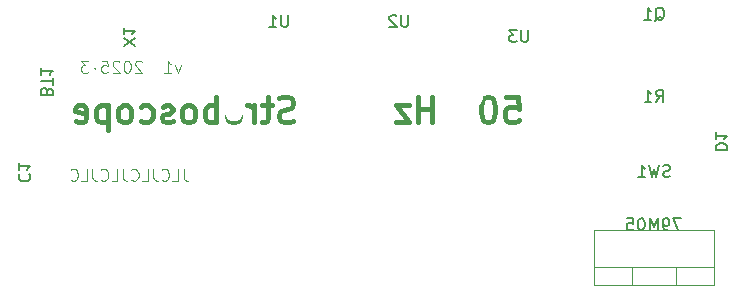
<source format=gbo>
G04 #@! TF.GenerationSoftware,KiCad,Pcbnew,8.0.9*
G04 #@! TF.CreationDate,2025-03-02T13:36:19+01:00*
G04 #@! TF.ProjectId,strobe,7374726f-6265-42e6-9b69-6361645f7063,rev?*
G04 #@! TF.SameCoordinates,Original*
G04 #@! TF.FileFunction,Legend,Bot*
G04 #@! TF.FilePolarity,Positive*
%FSLAX46Y46*%
G04 Gerber Fmt 4.6, Leading zero omitted, Abs format (unit mm)*
G04 Created by KiCad (PCBNEW 8.0.9) date 2025-03-02 13:36:19*
%MOMM*%
%LPD*%
G01*
G04 APERTURE LIST*
%ADD10C,0.150000*%
%ADD11C,0.100000*%
%ADD12C,0.400000*%
%ADD13C,0.120000*%
%ADD14R,1.600000X1.600000*%
%ADD15O,1.600000X1.600000*%
%ADD16R,1.050000X1.500000*%
%ADD17O,1.050000X1.500000*%
%ADD18C,2.000000*%
%ADD19R,1.800000X1.800000*%
%ADD20C,1.800000*%
%ADD21R,1.700000X1.700000*%
%ADD22O,1.700000X1.700000*%
%ADD23C,1.600000*%
%ADD24R,1.905000X2.000000*%
%ADD25O,1.905000X2.000000*%
G04 APERTURE END LIST*
D10*
X145808458Y-110629819D02*
X145141792Y-110629819D01*
X145141792Y-110629819D02*
X145570363Y-111629819D01*
X144713220Y-111629819D02*
X144522744Y-111629819D01*
X144522744Y-111629819D02*
X144427506Y-111582200D01*
X144427506Y-111582200D02*
X144379887Y-111534580D01*
X144379887Y-111534580D02*
X144284649Y-111391723D01*
X144284649Y-111391723D02*
X144237030Y-111201247D01*
X144237030Y-111201247D02*
X144237030Y-110820295D01*
X144237030Y-110820295D02*
X144284649Y-110725057D01*
X144284649Y-110725057D02*
X144332268Y-110677438D01*
X144332268Y-110677438D02*
X144427506Y-110629819D01*
X144427506Y-110629819D02*
X144617982Y-110629819D01*
X144617982Y-110629819D02*
X144713220Y-110677438D01*
X144713220Y-110677438D02*
X144760839Y-110725057D01*
X144760839Y-110725057D02*
X144808458Y-110820295D01*
X144808458Y-110820295D02*
X144808458Y-111058390D01*
X144808458Y-111058390D02*
X144760839Y-111153628D01*
X144760839Y-111153628D02*
X144713220Y-111201247D01*
X144713220Y-111201247D02*
X144617982Y-111248866D01*
X144617982Y-111248866D02*
X144427506Y-111248866D01*
X144427506Y-111248866D02*
X144332268Y-111201247D01*
X144332268Y-111201247D02*
X144284649Y-111153628D01*
X144284649Y-111153628D02*
X144237030Y-111058390D01*
X143808458Y-111629819D02*
X143808458Y-110629819D01*
X143808458Y-110629819D02*
X143475125Y-111344104D01*
X143475125Y-111344104D02*
X143141792Y-110629819D01*
X143141792Y-110629819D02*
X143141792Y-111629819D01*
X142475125Y-110629819D02*
X142379887Y-110629819D01*
X142379887Y-110629819D02*
X142284649Y-110677438D01*
X142284649Y-110677438D02*
X142237030Y-110725057D01*
X142237030Y-110725057D02*
X142189411Y-110820295D01*
X142189411Y-110820295D02*
X142141792Y-111010771D01*
X142141792Y-111010771D02*
X142141792Y-111248866D01*
X142141792Y-111248866D02*
X142189411Y-111439342D01*
X142189411Y-111439342D02*
X142237030Y-111534580D01*
X142237030Y-111534580D02*
X142284649Y-111582200D01*
X142284649Y-111582200D02*
X142379887Y-111629819D01*
X142379887Y-111629819D02*
X142475125Y-111629819D01*
X142475125Y-111629819D02*
X142570363Y-111582200D01*
X142570363Y-111582200D02*
X142617982Y-111534580D01*
X142617982Y-111534580D02*
X142665601Y-111439342D01*
X142665601Y-111439342D02*
X142713220Y-111248866D01*
X142713220Y-111248866D02*
X142713220Y-111010771D01*
X142713220Y-111010771D02*
X142665601Y-110820295D01*
X142665601Y-110820295D02*
X142617982Y-110725057D01*
X142617982Y-110725057D02*
X142570363Y-110677438D01*
X142570363Y-110677438D02*
X142475125Y-110629819D01*
X141237030Y-110629819D02*
X141713220Y-110629819D01*
X141713220Y-110629819D02*
X141760839Y-111106009D01*
X141760839Y-111106009D02*
X141713220Y-111058390D01*
X141713220Y-111058390D02*
X141617982Y-111010771D01*
X141617982Y-111010771D02*
X141379887Y-111010771D01*
X141379887Y-111010771D02*
X141284649Y-111058390D01*
X141284649Y-111058390D02*
X141237030Y-111106009D01*
X141237030Y-111106009D02*
X141189411Y-111201247D01*
X141189411Y-111201247D02*
X141189411Y-111439342D01*
X141189411Y-111439342D02*
X141237030Y-111534580D01*
X141237030Y-111534580D02*
X141284649Y-111582200D01*
X141284649Y-111582200D02*
X141379887Y-111629819D01*
X141379887Y-111629819D02*
X141617982Y-111629819D01*
X141617982Y-111629819D02*
X141713220Y-111582200D01*
X141713220Y-111582200D02*
X141760839Y-111534580D01*
D11*
X103423353Y-97630752D02*
X103185258Y-98297419D01*
X103185258Y-98297419D02*
X102947163Y-97630752D01*
X102042401Y-98297419D02*
X102613829Y-98297419D01*
X102328115Y-98297419D02*
X102328115Y-97297419D01*
X102328115Y-97297419D02*
X102423353Y-97440276D01*
X102423353Y-97440276D02*
X102518591Y-97535514D01*
X102518591Y-97535514D02*
X102613829Y-97583133D01*
X100137638Y-97392657D02*
X100090019Y-97345038D01*
X100090019Y-97345038D02*
X99994781Y-97297419D01*
X99994781Y-97297419D02*
X99756686Y-97297419D01*
X99756686Y-97297419D02*
X99661448Y-97345038D01*
X99661448Y-97345038D02*
X99613829Y-97392657D01*
X99613829Y-97392657D02*
X99566210Y-97487895D01*
X99566210Y-97487895D02*
X99566210Y-97583133D01*
X99566210Y-97583133D02*
X99613829Y-97725990D01*
X99613829Y-97725990D02*
X100185257Y-98297419D01*
X100185257Y-98297419D02*
X99566210Y-98297419D01*
X98947162Y-97297419D02*
X98851924Y-97297419D01*
X98851924Y-97297419D02*
X98756686Y-97345038D01*
X98756686Y-97345038D02*
X98709067Y-97392657D01*
X98709067Y-97392657D02*
X98661448Y-97487895D01*
X98661448Y-97487895D02*
X98613829Y-97678371D01*
X98613829Y-97678371D02*
X98613829Y-97916466D01*
X98613829Y-97916466D02*
X98661448Y-98106942D01*
X98661448Y-98106942D02*
X98709067Y-98202180D01*
X98709067Y-98202180D02*
X98756686Y-98249800D01*
X98756686Y-98249800D02*
X98851924Y-98297419D01*
X98851924Y-98297419D02*
X98947162Y-98297419D01*
X98947162Y-98297419D02*
X99042400Y-98249800D01*
X99042400Y-98249800D02*
X99090019Y-98202180D01*
X99090019Y-98202180D02*
X99137638Y-98106942D01*
X99137638Y-98106942D02*
X99185257Y-97916466D01*
X99185257Y-97916466D02*
X99185257Y-97678371D01*
X99185257Y-97678371D02*
X99137638Y-97487895D01*
X99137638Y-97487895D02*
X99090019Y-97392657D01*
X99090019Y-97392657D02*
X99042400Y-97345038D01*
X99042400Y-97345038D02*
X98947162Y-97297419D01*
X98232876Y-97392657D02*
X98185257Y-97345038D01*
X98185257Y-97345038D02*
X98090019Y-97297419D01*
X98090019Y-97297419D02*
X97851924Y-97297419D01*
X97851924Y-97297419D02*
X97756686Y-97345038D01*
X97756686Y-97345038D02*
X97709067Y-97392657D01*
X97709067Y-97392657D02*
X97661448Y-97487895D01*
X97661448Y-97487895D02*
X97661448Y-97583133D01*
X97661448Y-97583133D02*
X97709067Y-97725990D01*
X97709067Y-97725990D02*
X98280495Y-98297419D01*
X98280495Y-98297419D02*
X97661448Y-98297419D01*
X96756686Y-97297419D02*
X97232876Y-97297419D01*
X97232876Y-97297419D02*
X97280495Y-97773609D01*
X97280495Y-97773609D02*
X97232876Y-97725990D01*
X97232876Y-97725990D02*
X97137638Y-97678371D01*
X97137638Y-97678371D02*
X96899543Y-97678371D01*
X96899543Y-97678371D02*
X96804305Y-97725990D01*
X96804305Y-97725990D02*
X96756686Y-97773609D01*
X96756686Y-97773609D02*
X96709067Y-97868847D01*
X96709067Y-97868847D02*
X96709067Y-98106942D01*
X96709067Y-98106942D02*
X96756686Y-98202180D01*
X96756686Y-98202180D02*
X96804305Y-98249800D01*
X96804305Y-98249800D02*
X96899543Y-98297419D01*
X96899543Y-98297419D02*
X97137638Y-98297419D01*
X97137638Y-98297419D02*
X97232876Y-98249800D01*
X97232876Y-98249800D02*
X97280495Y-98202180D01*
X96137638Y-97868847D02*
X96185257Y-97916466D01*
X96185257Y-97916466D02*
X96137638Y-97964085D01*
X96137638Y-97964085D02*
X96090019Y-97916466D01*
X96090019Y-97916466D02*
X96137638Y-97868847D01*
X96137638Y-97868847D02*
X96137638Y-97964085D01*
X95613828Y-97297419D02*
X94994781Y-97297419D01*
X94994781Y-97297419D02*
X95328114Y-97678371D01*
X95328114Y-97678371D02*
X95185257Y-97678371D01*
X95185257Y-97678371D02*
X95090019Y-97725990D01*
X95090019Y-97725990D02*
X95042400Y-97773609D01*
X95042400Y-97773609D02*
X94994781Y-97868847D01*
X94994781Y-97868847D02*
X94994781Y-98106942D01*
X94994781Y-98106942D02*
X95042400Y-98202180D01*
X95042400Y-98202180D02*
X95090019Y-98249800D01*
X95090019Y-98249800D02*
X95185257Y-98297419D01*
X95185257Y-98297419D02*
X95470971Y-98297419D01*
X95470971Y-98297419D02*
X95566209Y-98249800D01*
X95566209Y-98249800D02*
X95613828Y-98202180D01*
D12*
X130951843Y-100365200D02*
X131951843Y-100365200D01*
X131951843Y-100365200D02*
X132051843Y-101365200D01*
X132051843Y-101365200D02*
X131951843Y-101265200D01*
X131951843Y-101265200D02*
X131751843Y-101165200D01*
X131751843Y-101165200D02*
X131251843Y-101165200D01*
X131251843Y-101165200D02*
X131051843Y-101265200D01*
X131051843Y-101265200D02*
X130951843Y-101365200D01*
X130951843Y-101365200D02*
X130851843Y-101565200D01*
X130851843Y-101565200D02*
X130851843Y-102065200D01*
X130851843Y-102065200D02*
X130951843Y-102265200D01*
X130951843Y-102265200D02*
X131051843Y-102365200D01*
X131051843Y-102365200D02*
X131251843Y-102465200D01*
X131251843Y-102465200D02*
X131751843Y-102465200D01*
X131751843Y-102465200D02*
X131951843Y-102365200D01*
X131951843Y-102365200D02*
X132051843Y-102265200D01*
X129551843Y-100365200D02*
X129351843Y-100365200D01*
X129351843Y-100365200D02*
X129151843Y-100465200D01*
X129151843Y-100465200D02*
X129051843Y-100565200D01*
X129051843Y-100565200D02*
X128951843Y-100765200D01*
X128951843Y-100765200D02*
X128851843Y-101165200D01*
X128851843Y-101165200D02*
X128851843Y-101665200D01*
X128851843Y-101665200D02*
X128951843Y-102065200D01*
X128951843Y-102065200D02*
X129051843Y-102265200D01*
X129051843Y-102265200D02*
X129151843Y-102365200D01*
X129151843Y-102365200D02*
X129351843Y-102465200D01*
X129351843Y-102465200D02*
X129551843Y-102465200D01*
X129551843Y-102465200D02*
X129751843Y-102365200D01*
X129751843Y-102365200D02*
X129851843Y-102265200D01*
X129851843Y-102265200D02*
X129951843Y-102065200D01*
X129951843Y-102065200D02*
X130051843Y-101665200D01*
X130051843Y-101665200D02*
X130051843Y-101165200D01*
X130051843Y-101165200D02*
X129951843Y-100765200D01*
X129951843Y-100765200D02*
X129851843Y-100565200D01*
X129851843Y-100565200D02*
X129751843Y-100465200D01*
X129751843Y-100465200D02*
X129551843Y-100365200D01*
X124751843Y-102465200D02*
X124751843Y-100365200D01*
X124751843Y-101365200D02*
X123551843Y-101365200D01*
X123551843Y-102465200D02*
X123551843Y-100365200D01*
X122751843Y-101065200D02*
X121651843Y-101065200D01*
X121651843Y-101065200D02*
X122751843Y-102465200D01*
X122751843Y-102465200D02*
X121651843Y-102465200D01*
X112951843Y-102365200D02*
X112651843Y-102465200D01*
X112651843Y-102465200D02*
X112151843Y-102465200D01*
X112151843Y-102465200D02*
X111951843Y-102365200D01*
X111951843Y-102365200D02*
X111851843Y-102265200D01*
X111851843Y-102265200D02*
X111751843Y-102065200D01*
X111751843Y-102065200D02*
X111751843Y-101865200D01*
X111751843Y-101865200D02*
X111851843Y-101665200D01*
X111851843Y-101665200D02*
X111951843Y-101565200D01*
X111951843Y-101565200D02*
X112151843Y-101465200D01*
X112151843Y-101465200D02*
X112551843Y-101365200D01*
X112551843Y-101365200D02*
X112751843Y-101265200D01*
X112751843Y-101265200D02*
X112851843Y-101165200D01*
X112851843Y-101165200D02*
X112951843Y-100965200D01*
X112951843Y-100965200D02*
X112951843Y-100765200D01*
X112951843Y-100765200D02*
X112851843Y-100565200D01*
X112851843Y-100565200D02*
X112751843Y-100465200D01*
X112751843Y-100465200D02*
X112551843Y-100365200D01*
X112551843Y-100365200D02*
X112051843Y-100365200D01*
X112051843Y-100365200D02*
X111751843Y-100465200D01*
X111151843Y-101065200D02*
X110351843Y-101065200D01*
X110851843Y-100365200D02*
X110851843Y-102165200D01*
X110851843Y-102165200D02*
X110751843Y-102365200D01*
X110751843Y-102365200D02*
X110551843Y-102465200D01*
X110551843Y-102465200D02*
X110351843Y-102465200D01*
X109651843Y-102465200D02*
X109651843Y-101065200D01*
X109651843Y-101465200D02*
X109551843Y-101265200D01*
X109551843Y-101265200D02*
X109451843Y-101165200D01*
X109451843Y-101165200D02*
X109251843Y-101065200D01*
X109251843Y-101065200D02*
X109051843Y-101065200D01*
X108051843Y-102465200D02*
X108251843Y-102365200D01*
X108251843Y-102365200D02*
X108351843Y-102265200D01*
X108351843Y-102265200D02*
X108451843Y-102065200D01*
X108451843Y-102065200D02*
X108451843Y-101465200D01*
X108451843Y-101465200D02*
X108351843Y-101265200D01*
X108351843Y-101265200D02*
X108251843Y-101165200D01*
X108251843Y-101165200D02*
X108051843Y-101065200D01*
X108051843Y-101065200D02*
X107751843Y-101065200D01*
X107751843Y-101065200D02*
X107551843Y-101165200D01*
X107551843Y-101165200D02*
X107451843Y-101265200D01*
X107451843Y-101265200D02*
X107351843Y-101465200D01*
X107351843Y-101465200D02*
X107351843Y-102065200D01*
X107351843Y-102065200D02*
X107451843Y-102265200D01*
X107451843Y-102265200D02*
X107551843Y-102365200D01*
X107551843Y-102365200D02*
X107751843Y-102465200D01*
X107751843Y-102465200D02*
X108051843Y-102465200D01*
X106451843Y-102465200D02*
X106451843Y-100365200D01*
X106451843Y-101165200D02*
X106251843Y-101065200D01*
X106251843Y-101065200D02*
X105851843Y-101065200D01*
X105851843Y-101065200D02*
X105651843Y-101165200D01*
X105651843Y-101165200D02*
X105551843Y-101265200D01*
X105551843Y-101265200D02*
X105451843Y-101465200D01*
X105451843Y-101465200D02*
X105451843Y-102065200D01*
X105451843Y-102065200D02*
X105551843Y-102265200D01*
X105551843Y-102265200D02*
X105651843Y-102365200D01*
X105651843Y-102365200D02*
X105851843Y-102465200D01*
X105851843Y-102465200D02*
X106251843Y-102465200D01*
X106251843Y-102465200D02*
X106451843Y-102365200D01*
X104251843Y-102465200D02*
X104451843Y-102365200D01*
X104451843Y-102365200D02*
X104551843Y-102265200D01*
X104551843Y-102265200D02*
X104651843Y-102065200D01*
X104651843Y-102065200D02*
X104651843Y-101465200D01*
X104651843Y-101465200D02*
X104551843Y-101265200D01*
X104551843Y-101265200D02*
X104451843Y-101165200D01*
X104451843Y-101165200D02*
X104251843Y-101065200D01*
X104251843Y-101065200D02*
X103951843Y-101065200D01*
X103951843Y-101065200D02*
X103751843Y-101165200D01*
X103751843Y-101165200D02*
X103651843Y-101265200D01*
X103651843Y-101265200D02*
X103551843Y-101465200D01*
X103551843Y-101465200D02*
X103551843Y-102065200D01*
X103551843Y-102065200D02*
X103651843Y-102265200D01*
X103651843Y-102265200D02*
X103751843Y-102365200D01*
X103751843Y-102365200D02*
X103951843Y-102465200D01*
X103951843Y-102465200D02*
X104251843Y-102465200D01*
X102751843Y-102365200D02*
X102551843Y-102465200D01*
X102551843Y-102465200D02*
X102151843Y-102465200D01*
X102151843Y-102465200D02*
X101951843Y-102365200D01*
X101951843Y-102365200D02*
X101851843Y-102165200D01*
X101851843Y-102165200D02*
X101851843Y-102065200D01*
X101851843Y-102065200D02*
X101951843Y-101865200D01*
X101951843Y-101865200D02*
X102151843Y-101765200D01*
X102151843Y-101765200D02*
X102451843Y-101765200D01*
X102451843Y-101765200D02*
X102651843Y-101665200D01*
X102651843Y-101665200D02*
X102751843Y-101465200D01*
X102751843Y-101465200D02*
X102751843Y-101365200D01*
X102751843Y-101365200D02*
X102651843Y-101165200D01*
X102651843Y-101165200D02*
X102451843Y-101065200D01*
X102451843Y-101065200D02*
X102151843Y-101065200D01*
X102151843Y-101065200D02*
X101951843Y-101165200D01*
X100051843Y-102365200D02*
X100251843Y-102465200D01*
X100251843Y-102465200D02*
X100651843Y-102465200D01*
X100651843Y-102465200D02*
X100851843Y-102365200D01*
X100851843Y-102365200D02*
X100951843Y-102265200D01*
X100951843Y-102265200D02*
X101051843Y-102065200D01*
X101051843Y-102065200D02*
X101051843Y-101465200D01*
X101051843Y-101465200D02*
X100951843Y-101265200D01*
X100951843Y-101265200D02*
X100851843Y-101165200D01*
X100851843Y-101165200D02*
X100651843Y-101065200D01*
X100651843Y-101065200D02*
X100251843Y-101065200D01*
X100251843Y-101065200D02*
X100051843Y-101165200D01*
X98851843Y-102465200D02*
X99051843Y-102365200D01*
X99051843Y-102365200D02*
X99151843Y-102265200D01*
X99151843Y-102265200D02*
X99251843Y-102065200D01*
X99251843Y-102065200D02*
X99251843Y-101465200D01*
X99251843Y-101465200D02*
X99151843Y-101265200D01*
X99151843Y-101265200D02*
X99051843Y-101165200D01*
X99051843Y-101165200D02*
X98851843Y-101065200D01*
X98851843Y-101065200D02*
X98551843Y-101065200D01*
X98551843Y-101065200D02*
X98351843Y-101165200D01*
X98351843Y-101165200D02*
X98251843Y-101265200D01*
X98251843Y-101265200D02*
X98151843Y-101465200D01*
X98151843Y-101465200D02*
X98151843Y-102065200D01*
X98151843Y-102065200D02*
X98251843Y-102265200D01*
X98251843Y-102265200D02*
X98351843Y-102365200D01*
X98351843Y-102365200D02*
X98551843Y-102465200D01*
X98551843Y-102465200D02*
X98851843Y-102465200D01*
X97251843Y-101065200D02*
X97251843Y-103165200D01*
X97251843Y-101165200D02*
X97051843Y-101065200D01*
X97051843Y-101065200D02*
X96651843Y-101065200D01*
X96651843Y-101065200D02*
X96451843Y-101165200D01*
X96451843Y-101165200D02*
X96351843Y-101265200D01*
X96351843Y-101265200D02*
X96251843Y-101465200D01*
X96251843Y-101465200D02*
X96251843Y-102065200D01*
X96251843Y-102065200D02*
X96351843Y-102265200D01*
X96351843Y-102265200D02*
X96451843Y-102365200D01*
X96451843Y-102365200D02*
X96651843Y-102465200D01*
X96651843Y-102465200D02*
X97051843Y-102465200D01*
X97051843Y-102465200D02*
X97251843Y-102365200D01*
X94551843Y-102365200D02*
X94751843Y-102465200D01*
X94751843Y-102465200D02*
X95151843Y-102465200D01*
X95151843Y-102465200D02*
X95351843Y-102365200D01*
X95351843Y-102365200D02*
X95451843Y-102165200D01*
X95451843Y-102165200D02*
X95451843Y-101365200D01*
X95451843Y-101365200D02*
X95351843Y-101165200D01*
X95351843Y-101165200D02*
X95151843Y-101065200D01*
X95151843Y-101065200D02*
X94751843Y-101065200D01*
X94751843Y-101065200D02*
X94551843Y-101165200D01*
X94551843Y-101165200D02*
X94451843Y-101365200D01*
X94451843Y-101365200D02*
X94451843Y-101565200D01*
X94451843Y-101565200D02*
X95451843Y-101765200D01*
D11*
X103677401Y-106441419D02*
X103677401Y-107155704D01*
X103677401Y-107155704D02*
X103725020Y-107298561D01*
X103725020Y-107298561D02*
X103820258Y-107393800D01*
X103820258Y-107393800D02*
X103963115Y-107441419D01*
X103963115Y-107441419D02*
X104058353Y-107441419D01*
X102725020Y-107441419D02*
X103201210Y-107441419D01*
X103201210Y-107441419D02*
X103201210Y-106441419D01*
X101820258Y-107346180D02*
X101867877Y-107393800D01*
X101867877Y-107393800D02*
X102010734Y-107441419D01*
X102010734Y-107441419D02*
X102105972Y-107441419D01*
X102105972Y-107441419D02*
X102248829Y-107393800D01*
X102248829Y-107393800D02*
X102344067Y-107298561D01*
X102344067Y-107298561D02*
X102391686Y-107203323D01*
X102391686Y-107203323D02*
X102439305Y-107012847D01*
X102439305Y-107012847D02*
X102439305Y-106869990D01*
X102439305Y-106869990D02*
X102391686Y-106679514D01*
X102391686Y-106679514D02*
X102344067Y-106584276D01*
X102344067Y-106584276D02*
X102248829Y-106489038D01*
X102248829Y-106489038D02*
X102105972Y-106441419D01*
X102105972Y-106441419D02*
X102010734Y-106441419D01*
X102010734Y-106441419D02*
X101867877Y-106489038D01*
X101867877Y-106489038D02*
X101820258Y-106536657D01*
X101105972Y-106441419D02*
X101105972Y-107155704D01*
X101105972Y-107155704D02*
X101153591Y-107298561D01*
X101153591Y-107298561D02*
X101248829Y-107393800D01*
X101248829Y-107393800D02*
X101391686Y-107441419D01*
X101391686Y-107441419D02*
X101486924Y-107441419D01*
X100153591Y-107441419D02*
X100629781Y-107441419D01*
X100629781Y-107441419D02*
X100629781Y-106441419D01*
X99248829Y-107346180D02*
X99296448Y-107393800D01*
X99296448Y-107393800D02*
X99439305Y-107441419D01*
X99439305Y-107441419D02*
X99534543Y-107441419D01*
X99534543Y-107441419D02*
X99677400Y-107393800D01*
X99677400Y-107393800D02*
X99772638Y-107298561D01*
X99772638Y-107298561D02*
X99820257Y-107203323D01*
X99820257Y-107203323D02*
X99867876Y-107012847D01*
X99867876Y-107012847D02*
X99867876Y-106869990D01*
X99867876Y-106869990D02*
X99820257Y-106679514D01*
X99820257Y-106679514D02*
X99772638Y-106584276D01*
X99772638Y-106584276D02*
X99677400Y-106489038D01*
X99677400Y-106489038D02*
X99534543Y-106441419D01*
X99534543Y-106441419D02*
X99439305Y-106441419D01*
X99439305Y-106441419D02*
X99296448Y-106489038D01*
X99296448Y-106489038D02*
X99248829Y-106536657D01*
X98534543Y-106441419D02*
X98534543Y-107155704D01*
X98534543Y-107155704D02*
X98582162Y-107298561D01*
X98582162Y-107298561D02*
X98677400Y-107393800D01*
X98677400Y-107393800D02*
X98820257Y-107441419D01*
X98820257Y-107441419D02*
X98915495Y-107441419D01*
X97582162Y-107441419D02*
X98058352Y-107441419D01*
X98058352Y-107441419D02*
X98058352Y-106441419D01*
X96677400Y-107346180D02*
X96725019Y-107393800D01*
X96725019Y-107393800D02*
X96867876Y-107441419D01*
X96867876Y-107441419D02*
X96963114Y-107441419D01*
X96963114Y-107441419D02*
X97105971Y-107393800D01*
X97105971Y-107393800D02*
X97201209Y-107298561D01*
X97201209Y-107298561D02*
X97248828Y-107203323D01*
X97248828Y-107203323D02*
X97296447Y-107012847D01*
X97296447Y-107012847D02*
X97296447Y-106869990D01*
X97296447Y-106869990D02*
X97248828Y-106679514D01*
X97248828Y-106679514D02*
X97201209Y-106584276D01*
X97201209Y-106584276D02*
X97105971Y-106489038D01*
X97105971Y-106489038D02*
X96963114Y-106441419D01*
X96963114Y-106441419D02*
X96867876Y-106441419D01*
X96867876Y-106441419D02*
X96725019Y-106489038D01*
X96725019Y-106489038D02*
X96677400Y-106536657D01*
X95963114Y-106441419D02*
X95963114Y-107155704D01*
X95963114Y-107155704D02*
X96010733Y-107298561D01*
X96010733Y-107298561D02*
X96105971Y-107393800D01*
X96105971Y-107393800D02*
X96248828Y-107441419D01*
X96248828Y-107441419D02*
X96344066Y-107441419D01*
X95010733Y-107441419D02*
X95486923Y-107441419D01*
X95486923Y-107441419D02*
X95486923Y-106441419D01*
X94105971Y-107346180D02*
X94153590Y-107393800D01*
X94153590Y-107393800D02*
X94296447Y-107441419D01*
X94296447Y-107441419D02*
X94391685Y-107441419D01*
X94391685Y-107441419D02*
X94534542Y-107393800D01*
X94534542Y-107393800D02*
X94629780Y-107298561D01*
X94629780Y-107298561D02*
X94677399Y-107203323D01*
X94677399Y-107203323D02*
X94725018Y-107012847D01*
X94725018Y-107012847D02*
X94725018Y-106869990D01*
X94725018Y-106869990D02*
X94677399Y-106679514D01*
X94677399Y-106679514D02*
X94629780Y-106584276D01*
X94629780Y-106584276D02*
X94534542Y-106489038D01*
X94534542Y-106489038D02*
X94391685Y-106441419D01*
X94391685Y-106441419D02*
X94296447Y-106441419D01*
X94296447Y-106441419D02*
X94153590Y-106489038D01*
X94153590Y-106489038D02*
X94105971Y-106536657D01*
D10*
X132841904Y-94704819D02*
X132841904Y-95514342D01*
X132841904Y-95514342D02*
X132794285Y-95609580D01*
X132794285Y-95609580D02*
X132746666Y-95657200D01*
X132746666Y-95657200D02*
X132651428Y-95704819D01*
X132651428Y-95704819D02*
X132460952Y-95704819D01*
X132460952Y-95704819D02*
X132365714Y-95657200D01*
X132365714Y-95657200D02*
X132318095Y-95609580D01*
X132318095Y-95609580D02*
X132270476Y-95514342D01*
X132270476Y-95514342D02*
X132270476Y-94704819D01*
X131889523Y-94704819D02*
X131270476Y-94704819D01*
X131270476Y-94704819D02*
X131603809Y-95085771D01*
X131603809Y-95085771D02*
X131460952Y-95085771D01*
X131460952Y-95085771D02*
X131365714Y-95133390D01*
X131365714Y-95133390D02*
X131318095Y-95181009D01*
X131318095Y-95181009D02*
X131270476Y-95276247D01*
X131270476Y-95276247D02*
X131270476Y-95514342D01*
X131270476Y-95514342D02*
X131318095Y-95609580D01*
X131318095Y-95609580D02*
X131365714Y-95657200D01*
X131365714Y-95657200D02*
X131460952Y-95704819D01*
X131460952Y-95704819D02*
X131746666Y-95704819D01*
X131746666Y-95704819D02*
X131841904Y-95657200D01*
X131841904Y-95657200D02*
X131889523Y-95609580D01*
X122681904Y-93434819D02*
X122681904Y-94244342D01*
X122681904Y-94244342D02*
X122634285Y-94339580D01*
X122634285Y-94339580D02*
X122586666Y-94387200D01*
X122586666Y-94387200D02*
X122491428Y-94434819D01*
X122491428Y-94434819D02*
X122300952Y-94434819D01*
X122300952Y-94434819D02*
X122205714Y-94387200D01*
X122205714Y-94387200D02*
X122158095Y-94339580D01*
X122158095Y-94339580D02*
X122110476Y-94244342D01*
X122110476Y-94244342D02*
X122110476Y-93434819D01*
X121681904Y-93530057D02*
X121634285Y-93482438D01*
X121634285Y-93482438D02*
X121539047Y-93434819D01*
X121539047Y-93434819D02*
X121300952Y-93434819D01*
X121300952Y-93434819D02*
X121205714Y-93482438D01*
X121205714Y-93482438D02*
X121158095Y-93530057D01*
X121158095Y-93530057D02*
X121110476Y-93625295D01*
X121110476Y-93625295D02*
X121110476Y-93720533D01*
X121110476Y-93720533D02*
X121158095Y-93863390D01*
X121158095Y-93863390D02*
X121729523Y-94434819D01*
X121729523Y-94434819D02*
X121110476Y-94434819D01*
X143605238Y-93895057D02*
X143700476Y-93847438D01*
X143700476Y-93847438D02*
X143795714Y-93752200D01*
X143795714Y-93752200D02*
X143938571Y-93609342D01*
X143938571Y-93609342D02*
X144033809Y-93561723D01*
X144033809Y-93561723D02*
X144129047Y-93561723D01*
X144081428Y-93799819D02*
X144176666Y-93752200D01*
X144176666Y-93752200D02*
X144271904Y-93656961D01*
X144271904Y-93656961D02*
X144319523Y-93466485D01*
X144319523Y-93466485D02*
X144319523Y-93133152D01*
X144319523Y-93133152D02*
X144271904Y-92942676D01*
X144271904Y-92942676D02*
X144176666Y-92847438D01*
X144176666Y-92847438D02*
X144081428Y-92799819D01*
X144081428Y-92799819D02*
X143890952Y-92799819D01*
X143890952Y-92799819D02*
X143795714Y-92847438D01*
X143795714Y-92847438D02*
X143700476Y-92942676D01*
X143700476Y-92942676D02*
X143652857Y-93133152D01*
X143652857Y-93133152D02*
X143652857Y-93466485D01*
X143652857Y-93466485D02*
X143700476Y-93656961D01*
X143700476Y-93656961D02*
X143795714Y-93752200D01*
X143795714Y-93752200D02*
X143890952Y-93799819D01*
X143890952Y-93799819D02*
X144081428Y-93799819D01*
X142700476Y-93799819D02*
X143271904Y-93799819D01*
X142986190Y-93799819D02*
X142986190Y-92799819D01*
X142986190Y-92799819D02*
X143081428Y-92942676D01*
X143081428Y-92942676D02*
X143176666Y-93037914D01*
X143176666Y-93037914D02*
X143271904Y-93085533D01*
X112521904Y-93434819D02*
X112521904Y-94244342D01*
X112521904Y-94244342D02*
X112474285Y-94339580D01*
X112474285Y-94339580D02*
X112426666Y-94387200D01*
X112426666Y-94387200D02*
X112331428Y-94434819D01*
X112331428Y-94434819D02*
X112140952Y-94434819D01*
X112140952Y-94434819D02*
X112045714Y-94387200D01*
X112045714Y-94387200D02*
X111998095Y-94339580D01*
X111998095Y-94339580D02*
X111950476Y-94244342D01*
X111950476Y-94244342D02*
X111950476Y-93434819D01*
X110950476Y-94434819D02*
X111521904Y-94434819D01*
X111236190Y-94434819D02*
X111236190Y-93434819D01*
X111236190Y-93434819D02*
X111331428Y-93577676D01*
X111331428Y-93577676D02*
X111426666Y-93672914D01*
X111426666Y-93672914D02*
X111521904Y-93720533D01*
X144843332Y-107087200D02*
X144700475Y-107134819D01*
X144700475Y-107134819D02*
X144462380Y-107134819D01*
X144462380Y-107134819D02*
X144367142Y-107087200D01*
X144367142Y-107087200D02*
X144319523Y-107039580D01*
X144319523Y-107039580D02*
X144271904Y-106944342D01*
X144271904Y-106944342D02*
X144271904Y-106849104D01*
X144271904Y-106849104D02*
X144319523Y-106753866D01*
X144319523Y-106753866D02*
X144367142Y-106706247D01*
X144367142Y-106706247D02*
X144462380Y-106658628D01*
X144462380Y-106658628D02*
X144652856Y-106611009D01*
X144652856Y-106611009D02*
X144748094Y-106563390D01*
X144748094Y-106563390D02*
X144795713Y-106515771D01*
X144795713Y-106515771D02*
X144843332Y-106420533D01*
X144843332Y-106420533D02*
X144843332Y-106325295D01*
X144843332Y-106325295D02*
X144795713Y-106230057D01*
X144795713Y-106230057D02*
X144748094Y-106182438D01*
X144748094Y-106182438D02*
X144652856Y-106134819D01*
X144652856Y-106134819D02*
X144414761Y-106134819D01*
X144414761Y-106134819D02*
X144271904Y-106182438D01*
X143938570Y-106134819D02*
X143700475Y-107134819D01*
X143700475Y-107134819D02*
X143509999Y-106420533D01*
X143509999Y-106420533D02*
X143319523Y-107134819D01*
X143319523Y-107134819D02*
X143081428Y-106134819D01*
X142176666Y-107134819D02*
X142748094Y-107134819D01*
X142462380Y-107134819D02*
X142462380Y-106134819D01*
X142462380Y-106134819D02*
X142557618Y-106277676D01*
X142557618Y-106277676D02*
X142652856Y-106372914D01*
X142652856Y-106372914D02*
X142748094Y-106420533D01*
X148715180Y-104858094D02*
X149715180Y-104858094D01*
X149715180Y-104858094D02*
X149715180Y-104619999D01*
X149715180Y-104619999D02*
X149667561Y-104477142D01*
X149667561Y-104477142D02*
X149572323Y-104381904D01*
X149572323Y-104381904D02*
X149477085Y-104334285D01*
X149477085Y-104334285D02*
X149286609Y-104286666D01*
X149286609Y-104286666D02*
X149143752Y-104286666D01*
X149143752Y-104286666D02*
X148953276Y-104334285D01*
X148953276Y-104334285D02*
X148858038Y-104381904D01*
X148858038Y-104381904D02*
X148762800Y-104477142D01*
X148762800Y-104477142D02*
X148715180Y-104619999D01*
X148715180Y-104619999D02*
X148715180Y-104858094D01*
X148715180Y-103334285D02*
X148715180Y-103905713D01*
X148715180Y-103619999D02*
X149715180Y-103619999D01*
X149715180Y-103619999D02*
X149572323Y-103715237D01*
X149572323Y-103715237D02*
X149477085Y-103810475D01*
X149477085Y-103810475D02*
X149429466Y-103905713D01*
X92143990Y-99845714D02*
X92096371Y-99702857D01*
X92096371Y-99702857D02*
X92048752Y-99655238D01*
X92048752Y-99655238D02*
X91953514Y-99607619D01*
X91953514Y-99607619D02*
X91810657Y-99607619D01*
X91810657Y-99607619D02*
X91715419Y-99655238D01*
X91715419Y-99655238D02*
X91667800Y-99702857D01*
X91667800Y-99702857D02*
X91620180Y-99798095D01*
X91620180Y-99798095D02*
X91620180Y-100179047D01*
X91620180Y-100179047D02*
X92620180Y-100179047D01*
X92620180Y-100179047D02*
X92620180Y-99845714D01*
X92620180Y-99845714D02*
X92572561Y-99750476D01*
X92572561Y-99750476D02*
X92524942Y-99702857D01*
X92524942Y-99702857D02*
X92429704Y-99655238D01*
X92429704Y-99655238D02*
X92334466Y-99655238D01*
X92334466Y-99655238D02*
X92239228Y-99702857D01*
X92239228Y-99702857D02*
X92191609Y-99750476D01*
X92191609Y-99750476D02*
X92143990Y-99845714D01*
X92143990Y-99845714D02*
X92143990Y-100179047D01*
X92620180Y-99321904D02*
X92620180Y-98750476D01*
X91620180Y-99036190D02*
X92620180Y-99036190D01*
X91620180Y-97893333D02*
X91620180Y-98464761D01*
X91620180Y-98179047D02*
X92620180Y-98179047D01*
X92620180Y-98179047D02*
X92477323Y-98274285D01*
X92477323Y-98274285D02*
X92382085Y-98369523D01*
X92382085Y-98369523D02*
X92334466Y-98464761D01*
X143676666Y-100784819D02*
X144009999Y-100308628D01*
X144248094Y-100784819D02*
X144248094Y-99784819D01*
X144248094Y-99784819D02*
X143867142Y-99784819D01*
X143867142Y-99784819D02*
X143771904Y-99832438D01*
X143771904Y-99832438D02*
X143724285Y-99880057D01*
X143724285Y-99880057D02*
X143676666Y-99975295D01*
X143676666Y-99975295D02*
X143676666Y-100118152D01*
X143676666Y-100118152D02*
X143724285Y-100213390D01*
X143724285Y-100213390D02*
X143771904Y-100261009D01*
X143771904Y-100261009D02*
X143867142Y-100308628D01*
X143867142Y-100308628D02*
X144248094Y-100308628D01*
X142724285Y-100784819D02*
X143295713Y-100784819D01*
X143009999Y-100784819D02*
X143009999Y-99784819D01*
X143009999Y-99784819D02*
X143105237Y-99927676D01*
X143105237Y-99927676D02*
X143200475Y-100022914D01*
X143200475Y-100022914D02*
X143295713Y-100070533D01*
X99605180Y-96059523D02*
X98605180Y-95392857D01*
X99605180Y-95392857D02*
X98605180Y-96059523D01*
X98605180Y-94488095D02*
X98605180Y-95059523D01*
X98605180Y-94773809D02*
X99605180Y-94773809D01*
X99605180Y-94773809D02*
X99462323Y-94869047D01*
X99462323Y-94869047D02*
X99367085Y-94964285D01*
X99367085Y-94964285D02*
X99319466Y-95059523D01*
X89810419Y-106886666D02*
X89762800Y-106934285D01*
X89762800Y-106934285D02*
X89715180Y-107077142D01*
X89715180Y-107077142D02*
X89715180Y-107172380D01*
X89715180Y-107172380D02*
X89762800Y-107315237D01*
X89762800Y-107315237D02*
X89858038Y-107410475D01*
X89858038Y-107410475D02*
X89953276Y-107458094D01*
X89953276Y-107458094D02*
X90143752Y-107505713D01*
X90143752Y-107505713D02*
X90286609Y-107505713D01*
X90286609Y-107505713D02*
X90477085Y-107458094D01*
X90477085Y-107458094D02*
X90572323Y-107410475D01*
X90572323Y-107410475D02*
X90667561Y-107315237D01*
X90667561Y-107315237D02*
X90715180Y-107172380D01*
X90715180Y-107172380D02*
X90715180Y-107077142D01*
X90715180Y-107077142D02*
X90667561Y-106934285D01*
X90667561Y-106934285D02*
X90619942Y-106886666D01*
X89715180Y-105934285D02*
X89715180Y-106505713D01*
X89715180Y-106219999D02*
X90715180Y-106219999D01*
X90715180Y-106219999D02*
X90572323Y-106315237D01*
X90572323Y-106315237D02*
X90477085Y-106410475D01*
X90477085Y-106410475D02*
X90429466Y-106505713D01*
D13*
X138390000Y-111659000D02*
X138390000Y-116300000D01*
X141660000Y-114790000D02*
X141660000Y-116300000D01*
X145361000Y-114790000D02*
X145361000Y-116300000D01*
X148630000Y-111659000D02*
X138390000Y-111659000D01*
X148630000Y-111659000D02*
X148630000Y-116300000D01*
X148630000Y-114790000D02*
X138390000Y-114790000D01*
X148630000Y-116300000D02*
X138390000Y-116300000D01*
%LPC*%
D14*
X128270000Y-95250000D03*
D15*
X128270000Y-97790000D03*
X128270000Y-100330000D03*
X128270000Y-102870000D03*
X128270000Y-105410000D03*
X128270000Y-107950000D03*
X128270000Y-110490000D03*
X135890000Y-110490000D03*
X135890000Y-107950000D03*
X135890000Y-105410000D03*
X135890000Y-102870000D03*
X135890000Y-100330000D03*
X135890000Y-97790000D03*
X135890000Y-95250000D03*
D14*
X118110000Y-93980000D03*
D15*
X118110000Y-96520000D03*
X118110000Y-99060000D03*
X118110000Y-101600000D03*
X118110000Y-104140000D03*
X118110000Y-106680000D03*
X118110000Y-109220000D03*
X118110000Y-111760000D03*
X125730000Y-111760000D03*
X125730000Y-109220000D03*
X125730000Y-106680000D03*
X125730000Y-104140000D03*
X125730000Y-101600000D03*
X125730000Y-99060000D03*
X125730000Y-96520000D03*
X125730000Y-93980000D03*
D16*
X142240000Y-95250000D03*
D17*
X143510000Y-95250000D03*
X144780000Y-95250000D03*
D14*
X107950000Y-93980000D03*
D15*
X107950000Y-96520000D03*
X107950000Y-99060000D03*
X107950000Y-101600000D03*
X107950000Y-104140000D03*
X107950000Y-106680000D03*
X107950000Y-109220000D03*
X107950000Y-111760000D03*
X115570000Y-111760000D03*
X115570000Y-109220000D03*
X115570000Y-106680000D03*
X115570000Y-104140000D03*
X115570000Y-101600000D03*
X115570000Y-99060000D03*
X115570000Y-96520000D03*
X115570000Y-93980000D03*
D18*
X140260000Y-104430000D03*
X146760000Y-104430000D03*
X140260000Y-108930000D03*
X146760000Y-108930000D03*
D19*
X151130000Y-105390000D03*
D20*
X151130000Y-102850000D03*
D21*
X90170000Y-100330000D03*
D22*
X90170000Y-97790000D03*
D23*
X138430000Y-100330000D03*
D15*
X148590000Y-100330000D03*
D14*
X95250000Y-95250000D03*
D23*
X95250000Y-110490000D03*
X102870000Y-110490000D03*
X102870000Y-95250000D03*
X90170000Y-104220000D03*
X90170000Y-109220000D03*
D24*
X140970000Y-113030000D03*
D25*
X143510000Y-113030000D03*
X146050000Y-113030000D03*
%LPD*%
M02*

</source>
